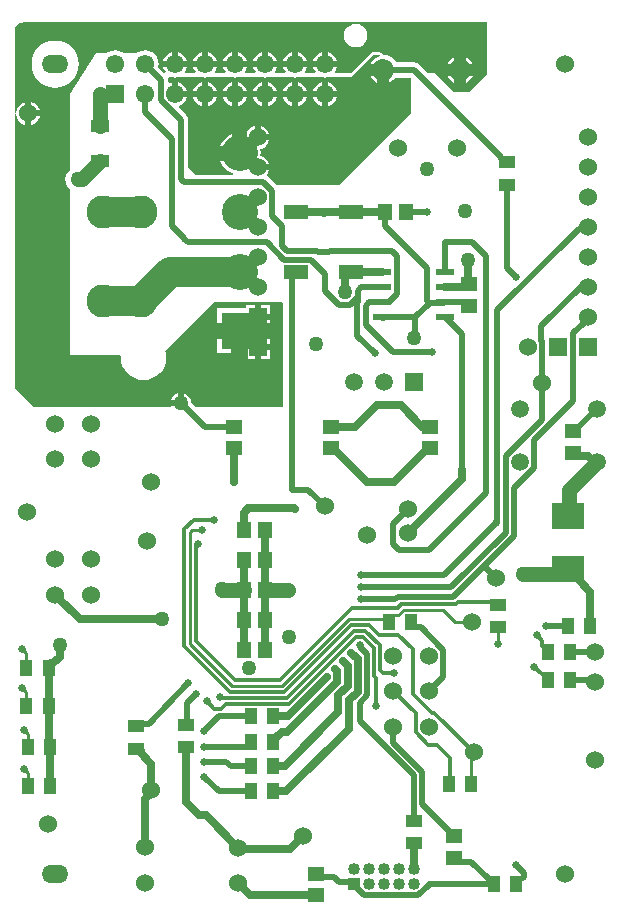
<source format=gbl>
%FSTAX23Y23*%
%MOIN*%
%SFA1B1*%

%IPPOS*%
%ADD10C,0.010000*%
%ADD16R,0.041340X0.055120*%
%ADD17R,0.055120X0.041340*%
%ADD52C,0.020000*%
%ADD53C,0.025000*%
%ADD54C,0.050000*%
%ADD55C,0.012000*%
%ADD57O,0.089000X0.060000*%
%ADD58R,0.040000X0.040000*%
%ADD59C,0.040000*%
%ADD60C,0.060000*%
%ADD61C,0.109840*%
%ADD62C,0.058980*%
%ADD63C,0.072840*%
%ADD64C,0.059060*%
%ADD65R,0.059060X0.059060*%
%ADD66R,0.120000X0.120000*%
%ADD67C,0.120000*%
%ADD68R,0.060000X0.060000*%
%ADD69C,0.061020*%
%ADD70R,0.061020X0.061020*%
%ADD71C,0.025000*%
%ADD72C,0.050000*%
%ADD73R,0.057090X0.045280*%
%ADD74R,0.082680X0.051180*%
%ADD75R,0.045280X0.057090*%
%ADD76R,0.107990X0.085000*%
%ADD77R,0.062990X0.039370*%
%ADD78R,0.059060X0.023620*%
%ADD79C,0.100000*%
%LNmotor_unit_rev_3-1*%
%LPD*%
G36*
X01231Y02875D02*
X0122Y0287D01*
X0121Y02863*
X01203Y02853*
X01202Y0285*
X01244*
Y0283*
X01264*
Y02788*
X01267Y02789*
X01277Y02796*
X01283Y02804*
X01335*
Y02685*
X01095Y02445*
X00889*
X00861Y02473*
X00857Y02476*
X00856Y02481*
X00859Y02485*
X00863Y02495*
X00864Y02496*
X00825*
Y02516*
X00864*
X00863Y02516*
X00859Y02526*
X00853Y02534*
X00845Y0254*
X00835Y02544*
X00834Y02545*
X00835Y02552*
X00833Y02565*
X00834Y02566*
X00835Y02567*
X00845Y02571*
X00853Y02577*
X00859Y02585*
X00863Y02595*
X00864Y02596*
X00825*
Y02606*
X00815*
Y02645*
X00814Y02644*
X00804Y0264*
X00796Y02634*
X0079Y02626*
X0079Y02626*
Y02552*
X00765*
Y02527*
X00699*
X007Y02525*
X00706Y02512*
X00715Y02502*
X00725Y02493*
X00738Y02487*
X00743Y02485*
X00742Y0248*
X0062*
X00593Y02507*
Y02663*
X00591Y02673*
X00586Y02681*
X00561Y02705*
X00562Y02711*
X0057Y02714*
X00578Y02721*
X00585Y02729*
X00589Y02739*
X00589Y0274*
X0055*
Y0275*
X0054*
Y02789*
X00539Y02789*
X00531Y02786*
X00526Y02789*
Y02798*
X00526Y02801*
X00529Y02805*
X00543*
X0055Y02804*
X00556Y02805*
X00643*
X0065Y02804*
X00656Y02805*
X00743*
X0075Y02804*
X00756Y02805*
X00843*
X0085Y02804*
X00856Y02805*
X00943*
X0095Y02804*
X00956Y02805*
X01043*
X0105Y02804*
X01056Y02805*
X01135*
X0121Y0288*
X01231*
X01231Y02875*
G37*
G36*
X0005Y02989D02*
D01*
X0159*
Y02815*
X0153Y02755*
X0148*
X01415Y0282*
X01393*
X01365Y02848*
X01357Y02853*
X01347Y02855*
X01289*
X01289Y02855*
X0128Y02866*
X0127Y02874*
X01257Y0288*
X01244Y02881*
X01241Y02881*
X01241Y02882*
X0124Y02882*
X0124Y02883*
X01239Y02884*
X01239Y02885*
X01238Y02886*
X01238Y02887*
X01237Y02887*
X01236Y02888*
X01235Y02888*
X01234Y02889*
X01233Y02889*
X01232Y0289*
X01231Y0289*
X01231Y0289*
X0121*
X01206Y02889*
X01203Y02887*
X01136Y0282*
X01084*
X01081Y02825*
X01085Y02829*
X01089Y02839*
X01089Y0284*
X0101*
X0101Y02839*
X01014Y02829*
X01018Y02825*
X01015Y0282*
X00984*
X00981Y02825*
X00985Y02829*
X00989Y02839*
X00989Y0284*
X0091*
X0091Y02839*
X00914Y02829*
X00918Y02825*
X00915Y0282*
X00884*
X00881Y02825*
X00885Y02829*
X00889Y02839*
X00889Y0284*
X0081*
X0081Y02839*
X00814Y02829*
X00818Y02825*
X00815Y0282*
X00784*
X00781Y02825*
X00785Y02829*
X00789Y02839*
X00789Y0284*
X0071*
X0071Y02839*
X00714Y02829*
X00718Y02825*
X00715Y0282*
X00684*
X00681Y02825*
X00685Y02829*
X00689Y02839*
X00689Y0284*
X0061*
X0061Y02839*
X00614Y02829*
X00618Y02825*
X00615Y0282*
X00584*
X00581Y02825*
X00585Y02829*
X00589Y02839*
X00589Y0284*
X0051*
X0051Y02839*
X00514Y02829*
X00518Y02825*
X00514Y02821*
X00494Y02841*
X00495Y0285*
X00494Y02861*
X00489Y02872*
X00482Y02882*
X00472Y02889*
X00461Y02894*
X0045Y02895*
X00438Y02894*
X00427Y02889*
X0042Y02885*
X00379*
X00372Y02889*
X00361Y02894*
X0035Y02895*
X00338Y02894*
X00327Y02889*
X0032Y02885*
X00285*
X002Y0275*
Y02496*
X00196Y02493*
X0019Y02485*
X00186Y02475*
X00184Y02465*
X00186Y02454*
X0019Y02444*
X00196Y02436*
X002Y02433*
Y0188*
X00365*
X00369Y01876*
X00368Y01873*
X0037Y01858*
X00374Y01844*
X00381Y0183*
X00391Y01819*
X00402Y01809*
X00415Y01802*
X0043Y01798*
X00444Y01797*
X00459Y01798*
X00473Y01802*
X00487Y01809*
X00498Y01819*
X00508Y0183*
X00515Y01844*
X00519Y01858*
X0052Y01873*
X00519Y01887*
X00517Y01892*
X0068Y02055*
X00905*
X0091Y0205*
Y01705*
X0062*
X00604Y0172*
X00603Y01729*
X006Y01737*
X00594Y01744*
X00587Y0175*
X00579Y01753*
Y0172*
X00569*
Y0171*
X00535*
X00536Y01709*
X00533Y01705*
X0008*
X00015Y0177*
Y02682*
X0002Y02682*
X00021Y02674*
X00025Y02664*
X00031Y02656*
X00039Y0265*
X00049Y02646*
X0005Y02645*
Y02685*
Y02724*
X00049Y02723*
X00039Y02719*
X00031Y02713*
X00025Y02705*
X00021Y02695*
X0002Y02687*
X00015Y02687*
Y02969*
X00019Y02975*
X00024Y0298*
X00031Y02985*
X00038Y02988*
X00046Y02989*
X0005*
G37*
%LNmotor_unit_rev_3-2*%
%LPC*%
G36*
X01224Y0281D02*
X01202D01*
X01203Y02806*
X0121Y02796*
X0122Y02789*
X01224Y02788*
Y0281*
G37*
G36*
X0106Y02789D02*
Y0276D01*
X01089*
X01089Y0276*
X01085Y0277*
X01078Y02778*
X0107Y02785*
X0106Y02789*
X0106Y02789*
G37*
G36*
X0104D02*
X01039Y02789D01*
X01029Y02785*
X01021Y02778*
X01014Y0277*
X0101Y0276*
X0101Y0276*
X0104*
Y02789*
G37*
G36*
X0096D02*
Y0276D01*
X00989*
X00989Y0276*
X00985Y0277*
X00978Y02778*
X0097Y02785*
X0096Y02789*
X0096Y02789*
G37*
G36*
X0094D02*
X00939Y02789D01*
X00929Y02785*
X00921Y02778*
X00914Y0277*
X0091Y0276*
X0091Y0276*
X0094*
Y02789*
G37*
G36*
X0086D02*
Y0276D01*
X00889*
X00889Y0276*
X00885Y0277*
X00878Y02778*
X0087Y02785*
X0086Y02789*
X0086Y02789*
G37*
G36*
X0084D02*
X00839Y02789D01*
X00829Y02785*
X00821Y02778*
X00814Y0277*
X0081Y0276*
X0081Y0276*
X0084*
Y02789*
G37*
G36*
X0076D02*
Y0276D01*
X00789*
X00789Y0276*
X00785Y0277*
X00778Y02778*
X0077Y02785*
X0076Y02789*
X0076Y02789*
G37*
G36*
X0074D02*
X00739Y02789D01*
X00729Y02785*
X00721Y02778*
X00714Y0277*
X0071Y0276*
X0071Y0276*
X0074*
Y02789*
G37*
G36*
X0066D02*
Y0276D01*
X00689*
X00689Y0276*
X00685Y0277*
X00678Y02778*
X0067Y02785*
X0066Y02789*
X0066Y02789*
G37*
G36*
X0064D02*
X00639Y02789D01*
X00629Y02785*
X00621Y02778*
X00614Y0277*
X0061Y0276*
X0061Y0276*
X0064*
Y02789*
G37*
G36*
X0056D02*
Y0276D01*
X00589*
X00589Y0276*
X00585Y0277*
X00578Y02778*
X0057Y02785*
X0056Y02789*
X0056Y02789*
G37*
G36*
X01089Y0274D02*
X0106D01*
Y0271*
X0106Y0271*
X0107Y02714*
X01078Y02721*
X01085Y02729*
X01089Y02739*
X01089Y0274*
G37*
G36*
X0104D02*
X0101D01*
X0101Y02739*
X01014Y02729*
X01021Y02721*
X01029Y02714*
X01039Y0271*
X0104Y0271*
Y0274*
G37*
G36*
X00989D02*
X0096D01*
Y0271*
X0096Y0271*
X0097Y02714*
X00978Y02721*
X00985Y02729*
X00989Y02739*
X00989Y0274*
G37*
G36*
X0094D02*
X0091D01*
X0091Y02739*
X00914Y02729*
X00921Y02721*
X00929Y02714*
X00939Y0271*
X0094Y0271*
Y0274*
G37*
G36*
X00889D02*
X0086D01*
Y0271*
X0086Y0271*
X0087Y02714*
X00878Y02721*
X00885Y02729*
X00889Y02739*
X00889Y0274*
G37*
G36*
X0084D02*
X0081D01*
X0081Y02739*
X00814Y02729*
X00821Y02721*
X00829Y02714*
X00839Y0271*
X0084Y0271*
Y0274*
G37*
G36*
X00789D02*
X0076D01*
Y0271*
X0076Y0271*
X0077Y02714*
X00778Y02721*
X00785Y02729*
X00789Y02739*
X00789Y0274*
G37*
G36*
X0074D02*
X0071D01*
X0071Y02739*
X00714Y02729*
X00721Y02721*
X00729Y02714*
X00739Y0271*
X0074Y0271*
Y0274*
G37*
G36*
X00689D02*
X0066D01*
Y0271*
X0066Y0271*
X0067Y02714*
X00678Y02721*
X00685Y02729*
X00689Y02739*
X00689Y0274*
G37*
G36*
X0064D02*
X0061D01*
X0061Y02739*
X00614Y02729*
X00621Y02721*
X00629Y02714*
X00639Y0271*
X0064Y0271*
Y0274*
G37*
G36*
X00835Y02645D02*
Y02616D01*
X00864*
X00863Y02616*
X00859Y02626*
X00853Y02634*
X00845Y0264*
X00835Y02644*
X00835Y02645*
G37*
G36*
X0074Y02617D02*
X00738Y02616D01*
X00725Y0261*
X00715Y02601*
X00706Y02591*
X007Y02578*
X00699Y02577*
X0074*
Y02617*
G37*
G36*
X01151Y02983D02*
X01141Y02982D01*
X01132Y02978*
X01124Y02972*
X01117Y02964*
X01113Y02955*
X01112Y02944*
X01113Y02934*
X01117Y02925*
X01124Y02917*
X01132Y02911*
X01141Y02907*
X01151Y02906*
X01161Y02907*
X01171Y02911*
X01179Y02917*
X01185Y02925*
X01189Y02934*
X0119Y02944*
X01189Y02955*
X01185Y02964*
X01179Y02972*
X01171Y02978*
X01161Y02982*
X01151Y02983*
G37*
G36*
X0106Y02889D02*
Y0286D01*
X01089*
X01089Y0286*
X01085Y0287*
X01078Y02878*
X0107Y02885*
X0106Y02889*
X0106Y02889*
G37*
G36*
X0104D02*
X01039Y02889D01*
X01029Y02885*
X01021Y02878*
X01014Y0287*
X0101Y0286*
X0101Y0286*
X0104*
Y02889*
G37*
G36*
X0096D02*
Y0286D01*
X00989*
X00989Y0286*
X00985Y0287*
X00978Y02878*
X0097Y02885*
X0096Y02889*
X0096Y02889*
G37*
G36*
X0094D02*
X00939Y02889D01*
X00929Y02885*
X00921Y02878*
X00914Y0287*
X0091Y0286*
X0091Y0286*
X0094*
Y02889*
G37*
G36*
X0086D02*
Y0286D01*
X00889*
X00889Y0286*
X00885Y0287*
X00878Y02878*
X0087Y02885*
X0086Y02889*
X0086Y02889*
G37*
G36*
X0084D02*
X00839Y02889D01*
X00829Y02885*
X00821Y02878*
X00814Y0287*
X0081Y0286*
X0081Y0286*
X0084*
Y02889*
G37*
G36*
X0076D02*
Y0286D01*
X00789*
X00789Y0286*
X00785Y0287*
X00778Y02878*
X0077Y02885*
X0076Y02889*
X0076Y02889*
G37*
G36*
X0074D02*
X00739Y02889D01*
X00729Y02885*
X00721Y02878*
X00714Y0287*
X0071Y0286*
X0071Y0286*
X0074*
Y02889*
G37*
G36*
X0066D02*
Y0286D01*
X00689*
X00689Y0286*
X00685Y0287*
X00678Y02878*
X0067Y02885*
X0066Y02889*
X0066Y02889*
G37*
G36*
X0064D02*
X00639Y02889D01*
X00629Y02885*
X00621Y02878*
X00614Y0287*
X0061Y0286*
X0061Y0286*
X0064*
Y02889*
G37*
G36*
X0056D02*
Y0286D01*
X00589*
X00589Y0286*
X00585Y0287*
X00578Y02878*
X0057Y02885*
X0056Y02889*
X0056Y02889*
G37*
G36*
X0054D02*
X00539Y02889D01*
X00529Y02885*
X00521Y02878*
X00514Y0287*
X0051Y0286*
X0051Y0286*
X0054*
Y02889*
G37*
G36*
X0152Y02871D02*
Y0285D01*
X01541*
X0154Y02853*
X01533Y02863*
X01523Y0287*
X0152Y02871*
G37*
G36*
X0148D02*
X01476Y0287D01*
X01466Y02863*
X01459Y02853*
X01458Y0285*
X0148*
Y02871*
G37*
G36*
X01541Y0281D02*
X0152D01*
Y02788*
X01523Y02789*
X01533Y02796*
X0154Y02806*
X01541Y0281*
G37*
G36*
X0148D02*
X01458D01*
X01459Y02806*
X01466Y02796*
X01476Y02789*
X0148Y02788*
Y0281*
G37*
G36*
X0015Y02928D02*
X00134Y02926D01*
X0012Y02922*
X00106Y02915*
X00094Y02905*
X00084Y02893*
X00077Y02879*
X00073Y02865*
X00071Y0285*
X00073Y02834*
X00077Y0282*
X00084Y02806*
X00094Y02794*
X00106Y02784*
X0012Y02777*
X00134Y02773*
X0015Y02771*
X00165Y02773*
X00179Y02777*
X00193Y02784*
X00205Y02794*
X00215Y02806*
X00222Y0282*
X00226Y02834*
X00228Y0285*
X00226Y02865*
X00222Y02879*
X00215Y02893*
X00205Y02905*
X00193Y02915*
X00179Y02922*
X00165Y02926*
X0015Y02928*
G37*
G36*
X0007Y02724D02*
Y02695D01*
X00099*
X00098Y02695*
X00094Y02705*
X00088Y02713*
X0008Y02719*
X0007Y02723*
X0007Y02724*
G37*
G36*
X00099Y02675D02*
X0007D01*
Y02645*
X0007Y02646*
X0008Y0265*
X00088Y02656*
X00094Y02664*
X00098Y02674*
X00099Y02675*
G37*
G36*
X00865Y02046D02*
X00835D01*
Y02016*
X00865*
Y02046*
G37*
G36*
X00815D02*
X00785D01*
Y02036*
X0069*
Y01988*
X00765*
X00865*
Y01996*
X00825*
Y02006*
X00815*
Y02046*
G37*
G36*
X00737Y01933D02*
X0069D01*
Y01886*
X00737*
Y01933*
G37*
G36*
X00865Y01896D02*
X00835D01*
Y01866*
X00865*
Y01896*
G37*
G36*
Y01933D02*
X00792D01*
Y01866*
X00815*
Y01906*
X00825*
Y01916*
X00865*
Y01933*
G37*
G36*
X00559Y01753D02*
X00551Y0175D01*
X00544Y01744*
X00538Y01737*
X00535Y0173*
X00559*
Y01753*
G37*
%LNmotor_unit_rev_3-3*%
%LPD*%
G54D10*
X0004Y009D02*
X00054Y00885D01*
Y00838D02*
Y00885D01*
X0004Y0077D02*
X00054Y00755D01*
Y0071D02*
Y00755D01*
X00045Y0063D02*
X00059Y00615D01*
Y00573D02*
Y00615D01*
X00045Y005D02*
X00059Y00485D01*
Y00443D02*
Y00485D01*
X01625Y00917D02*
Y00972D01*
X01252Y00999D02*
X01259Y00993D01*
X00906Y00777D02*
X01128Y00999D01*
X01252*
X006Y00917D02*
X0074Y00777D01*
X006Y00917D02*
Y01238D01*
X01259Y00993D02*
X01262Y0099D01*
X0074Y00777D02*
X00906D01*
X01311Y0103D02*
X01444D01*
X01293Y01012D02*
X01311Y0103D01*
X01278Y01012D02*
X01293D01*
X01262Y00996D02*
X01278Y01012D01*
X00599Y01239D02*
Y01289D01*
Y01239D02*
X006Y01238D01*
X00605Y01295D02*
X0064D01*
X00599Y01289D02*
X00605Y01295D01*
X01444Y0103D02*
X01484Y0099D01*
X0154*
X01537Y00547D02*
X01545Y00555D01*
X01537Y0045D02*
Y00547D01*
G54D16*
X01867Y00795D03*
X01792D03*
X01867Y0089D03*
X01792D03*
X01462Y0045D03*
X01537D03*
X01337Y0099D03*
X01262D03*
X01934Y00975D03*
X0186D03*
X00802Y00675D03*
X00877D03*
X00802Y0059D03*
X00877D03*
X00802Y0051D03*
X00877D03*
X00802Y00425D03*
X00877D03*
X01612Y00115D03*
X01687D03*
X00134Y00443D03*
X00059D03*
X00134Y00573D03*
X00059D03*
X00129Y0071D03*
X00054D03*
X00129Y00838D03*
X00054D03*
G54D17*
X01655Y02522D03*
Y02447D03*
X01625Y01047D03*
Y00972D03*
X00585Y00572D03*
Y00647D03*
X0042Y00567D03*
Y00642D03*
X01345Y00327D03*
Y00252D03*
G54D52*
X01475Y00275D02*
X01488Y00288D01*
X01157Y02054D02*
X01158Y02055D01*
X01185Y01981D02*
X01276Y0189D01*
X0135Y0194D02*
Y02005D01*
X01157Y01943D02*
X01215Y01885D01*
X01345Y01935D02*
X0135Y0194D01*
X01185Y02043D02*
X01196Y02055D01*
X01243Y02005D02*
X0135D01*
X01169Y02105D02*
X0124D01*
X01196Y02055D02*
X0124D01*
X01243Y02005D02*
X01245Y02003D01*
X01239D02*
X01245D01*
X01158Y02055D02*
Y02072D01*
X01276Y0189D02*
X01405D01*
X0135Y02005D02*
X01398Y02053D01*
X01158Y02072D02*
Y02093D01*
X01398Y02053D02*
X01447D01*
X01157Y01943D02*
Y02054D01*
X01447Y02053D02*
X01449Y02055D01*
X01158Y02093D02*
X01169Y02105D01*
X01185Y01981D02*
Y02043D01*
X0124Y02005D02*
X01243D01*
X01685Y0018D02*
X01712Y00153D01*
Y00139D02*
Y00153D01*
X01704Y00132D02*
X01712Y00139D01*
X01698Y00132D02*
X01704D01*
X00568Y02466D02*
Y02663D01*
X00501Y02729D02*
X00568Y02663D01*
X00501Y02729D02*
Y02798D01*
X0045Y0285D02*
X00501Y02798D01*
X0045Y02691D02*
X0054Y02601D01*
X0045Y02691D02*
Y0275D01*
X01155Y00103D02*
Y00107D01*
X01395Y00113D02*
Y00115D01*
X0136Y00079D02*
X01395Y00113D01*
X01179Y00079D02*
X0136D01*
X01155Y00103D02*
X01179Y00079D01*
X01145Y00117D02*
X01155Y00107D01*
X01137Y00124D02*
X01145Y00117D01*
X01095Y00124D02*
X01137D01*
X01078Y0014D02*
X01095Y00124D01*
X01029Y0014D02*
X01078D01*
X0102Y0015D02*
X01029Y0014D01*
X01955Y017D02*
X01955D01*
X0188Y01625D02*
X01955Y017D01*
X01875Y01625D02*
X0188D01*
X00649Y0164D02*
X00745D01*
X00569Y0172D02*
X00649Y0164D01*
X00745D02*
X0075D01*
X01248Y02311D02*
Y02353D01*
X01249Y02355*
X01248Y02311D02*
X0139Y0217D01*
X01535Y00191D02*
X01595Y00132D01*
X01601*
X01612Y00121*
Y00115D02*
Y00121D01*
X01395Y00115D02*
X01612D01*
X0139Y02061D02*
Y0217D01*
X0148Y00204D02*
X01492Y00191D01*
X01535*
X0139Y02061D02*
X01398Y02053D01*
X01519Y02055D02*
X0153Y02044D01*
X01449Y02055D02*
X01519D01*
X0147Y00204D02*
X01475D01*
X01165Y00908D02*
Y00914D01*
X01188Y00745D02*
Y00884D01*
X01165Y00908D02*
X01188Y00884D01*
X01165Y00721D02*
X01188Y00745D01*
X01165Y0066D02*
Y00721D01*
X01345Y00327D02*
Y0048D01*
X01165Y0066D02*
X01345Y0048D01*
X01945Y00795D02*
X0195Y0079D01*
X01867Y00795D02*
X01945D01*
X01867Y0089D02*
X0195D01*
X00645Y00474D02*
X00695Y00425D01*
X00802*
X00645Y00524D02*
X0072D01*
X00735Y0051*
X00802*
X00645Y00574D02*
X00791D01*
X00802Y00585*
Y0059*
X00645Y00625D02*
X00695Y00675D01*
X00802*
X01785Y00975D02*
X0186D01*
X01687Y00121D02*
X01698Y00132D01*
X01687Y00115D02*
Y00121D01*
X01655Y0217D02*
X01685Y0214D01*
X01655Y0217D02*
Y02447D01*
X01337Y00983D02*
X01348Y00972D01*
X01368*
X01443Y00897*
Y00808D02*
Y00897D01*
X01395Y0076D02*
X01443Y00808D01*
X01337Y00983D02*
Y0099D01*
X00993Y01431D02*
X0105Y01375D01*
X00938Y01431D02*
X00993D01*
X00938D02*
Y02155D01*
X01652Y01287D02*
Y01542D01*
X01469Y01105D02*
X01652Y01287D01*
X0117Y01105D02*
X01469D01*
X0177Y01975D02*
X01913Y02118D01*
X01773Y01785D02*
Y01925D01*
Y01662D02*
Y01785D01*
X01652Y01542D02*
X01773Y01662D01*
X0177Y01928D02*
Y01975D01*
Y01928D02*
X01773Y01925D01*
X01913Y02118D02*
X01925Y02106D01*
X00429Y00651D02*
X00461D01*
X0042Y00642D02*
X00429Y00651D01*
X00461D02*
X00594Y00785D01*
X0059Y0072D02*
X0062Y0075D01*
X0059Y00652D02*
Y0072D01*
X00585Y00647D02*
X0059Y00652D01*
X01445Y01145D02*
X0162Y0132D01*
X0117Y01145D02*
X01445D01*
X01624Y01324D02*
Y02029D01*
X0162Y0132D02*
X01624Y01324D01*
Y02029D02*
X01896Y02301D01*
X0192*
X01925Y02306*
X01276Y00587D02*
Y00641D01*
Y00587D02*
X01373Y00491D01*
Y00382D02*
Y00491D01*
X01474Y00275D02*
X01475D01*
X0148*
X01461Y00288D02*
X01474Y00275D01*
X01373Y00382D02*
X01461Y00293D01*
Y00288D02*
Y00293D01*
X0132Y02355D02*
X0139D01*
X0168Y01276D02*
Y01436D01*
X01747Y01503*
X01579Y01175D02*
X0168Y01276D01*
X01747Y01503D02*
Y01597D01*
X01477Y01073D02*
X01579Y01175D01*
X0162Y01135*
X01911Y01986D02*
X01935Y0201D01*
X0192D02*
X01935D01*
X01293Y01073D02*
X01477D01*
X01284Y01065D02*
X01293Y01073D01*
X0117Y01065D02*
X01284D01*
X01911Y01986D02*
Y02001D01*
X01877Y01952D02*
X01911Y01986D01*
X01877Y01727D02*
Y01952D01*
X01911Y02001D02*
X0192D01*
X01747Y01597D02*
X01877Y01727D01*
X0192Y02001D02*
X01925Y02006D01*
X01277Y01249D02*
X01296Y0123D01*
X01277Y01249D02*
Y01317D01*
X01395Y0123D02*
X01585Y0142D01*
X01296Y0123D02*
X01395D01*
X01277Y01317D02*
X01325Y01365D01*
X01585Y0142D02*
Y0221D01*
X0154Y02255D02*
X01585Y0221D01*
X01449Y02255D02*
X0154D01*
X01449Y02155D02*
Y02255D01*
X01505Y01495D02*
Y01949D01*
X01449Y02005D02*
X01505Y01949D01*
X01067Y02226D02*
X01271D01*
X01062Y02222D02*
X01067Y02226D01*
X01271D02*
X01288Y0221D01*
Y02083D02*
Y0221D01*
X01027Y02222D02*
X01062D01*
X01022Y02226D02*
X01027Y02222D01*
X0124Y02055D02*
X01258D01*
X0126Y02056*
X01261*
X01288Y02083*
X00923Y02226D02*
X01022D01*
X00905Y02244D02*
X00923Y02226D01*
X00905Y02244D02*
Y02311D01*
X00568Y02466D02*
X00579Y02455D01*
X00843*
X00873Y02425*
Y02343D02*
Y02425D01*
Y02343D02*
X00905Y02311D01*
X0054Y0231D02*
Y02601D01*
X01002Y02198D02*
X01049Y02151D01*
Y02094D02*
Y02151D01*
X00911Y02198D02*
X01002D01*
X00855Y02255D02*
X00911Y02198D01*
X00591Y02255D02*
X00855D01*
X0054Y0231D02*
X0058Y0227D01*
Y02266D02*
Y0227D01*
Y02266D02*
X00591Y02255D01*
X01049Y02094D02*
X01097Y02047D01*
X01132*
X01158Y02072*
X01244Y0283D02*
X01347D01*
X01637Y02539*
Y02533D02*
Y02539D01*
Y02533D02*
X01648Y02522D01*
X01655*
G54D53*
X0076Y0012D02*
X008Y00079D01*
X0102*
X00934Y00234D02*
X00975Y00275D01*
X00763Y00234D02*
X00934D01*
X0076Y00238D02*
X00763Y00234D01*
X00653Y00345D02*
X0076Y00238D01*
X00419Y00566D02*
X0042Y00564D01*
X00435Y00552D02*
X0047Y00517D01*
X00435Y00552D02*
Y00559D01*
X00426Y00567D02*
X00435Y00559D01*
X0042Y00567D02*
X00426D01*
X0047Y0043D02*
Y00517D01*
X0045Y0024D02*
Y004D01*
X0047Y0042D02*
Y0043D01*
X0045Y004D02*
X0047Y0042D01*
X0124Y01713D02*
X01301D01*
X01374Y0164*
X01149D02*
X01222Y01713D01*
X0107Y0164D02*
X01149D01*
X01222Y01713D02*
X0124D01*
X01374Y0164D02*
X014D01*
X00585Y0039D02*
X0063Y00345D01*
X00653*
X00585Y0039D02*
Y00572D01*
X01946Y01522D02*
X01955D01*
X01925Y01544D02*
X01946Y01522D01*
X01885Y01544D02*
X01925D01*
X01875Y01554D02*
X01885Y01544D01*
X00745Y01455D02*
Y01569D01*
X01225Y01455D02*
X01279D01*
X01394Y01569*
X014*
X0119Y01455D02*
X01225D01*
X01075Y01569D02*
X0119Y01455D01*
X0107Y01569D02*
X01075D01*
X00779Y01295D02*
Y01354D01*
Y01295D02*
D01*
Y01354D02*
X00794Y01369D01*
X00947*
X0095Y01367*
X00231Y01D02*
X00507D01*
X0015Y01081D02*
X00231Y01D01*
X01934Y00975D02*
Y01091D01*
X01899Y01126D02*
X01934Y01091D01*
X01899Y01126D02*
Y01137D01*
X01869Y01167D02*
X01899Y01137D01*
X01858Y01167D02*
X01869D01*
X00779Y00995D02*
Y01095D01*
X01135Y02355D02*
X01249D01*
X01044D02*
X01135D01*
X00779Y01096D02*
Y01195D01*
Y01095D02*
Y01096D01*
X00953Y02355D02*
X01044D01*
X01045Y02354*
X00779Y00895D02*
Y00995D01*
X00134Y00443D02*
Y00573D01*
X00129Y00593D02*
Y0071D01*
Y00838*
X00165Y00874D02*
Y00913D01*
X00144Y00853D02*
X00165Y00874D01*
X00137Y00853D02*
X00144D01*
X00129Y00844D02*
X00137Y00853D01*
X00129Y00838D02*
Y00844D01*
X01345Y0017D02*
Y00252D01*
X0085Y00895D02*
Y00995D01*
Y01095*
Y01195*
Y01295*
X01115Y0209D02*
Y02135D01*
X0112Y02155D02*
X01135D01*
X01115Y02135D02*
X01135Y02155D01*
X0124*
X01449Y02105D02*
X0152D01*
X01525Y0212D02*
Y02195D01*
X0152Y02105D02*
X0153Y02115D01*
X01525Y0212D02*
X0153Y02115D01*
X01158Y00757D02*
Y00865D01*
X01137Y00887D02*
X01158Y00865D01*
X01129Y00729D02*
X01158Y00757D01*
X01129Y00634D02*
Y00729D01*
X0092Y00425D02*
X01129Y00634D01*
X00877Y00425D02*
X0092D01*
X01125Y00776D02*
Y00844D01*
X01094Y00745D02*
X01125Y00776D01*
X0111Y0086D02*
X01125Y00844D01*
X01094Y00689D02*
Y00745D01*
X00915Y0051D02*
X01094Y00689D01*
X00877Y0051D02*
X00915D01*
X01082Y00832D02*
X0109Y00825D01*
Y00791D02*
Y00825D01*
X00924Y00624D02*
X0109Y00791D01*
X00905Y00624D02*
X00924D01*
X00877Y00596D02*
X00905Y00624D01*
X00877Y0059D02*
Y00596D01*
X00925Y00675D02*
X01055Y00805D01*
X00877Y00675D02*
X00925D01*
X01505Y01465D02*
Y01495D01*
X01325Y01285D02*
X01505Y01465D01*
G54D54*
X003Y02644D02*
Y0275D01*
X00225Y02465D02*
X00239D01*
X00293Y02519D02*
Y0252D01*
X00298Y02525D02*
X003D01*
X00239Y02465D02*
X00293Y02519D01*
X003Y02525D02*
D01*
X00293Y0252D02*
X00298Y02525D01*
X00705Y011D02*
X00706Y01098D01*
X0171Y0115D02*
X01799D01*
X018Y0115*
X0184*
X01858Y01167*
X00706Y01098D02*
X00777D01*
X00779Y01096*
X0085Y01095D02*
X00925D01*
X01858Y01342D02*
X01863Y01347D01*
Y0143*
X01955Y01522*
X003Y02644D02*
D01*
G54D55*
X01232Y00829D02*
Y00912D01*
X00922Y00738D02*
X01145Y0096D01*
X01184D02*
X01232Y00912D01*
X01145Y0096D02*
X01184D01*
X00708Y00738D02*
X00922D01*
X01232Y00829D02*
X01242Y0082D01*
X0128*
X01771Y00911D02*
Y00928D01*
X01755Y00945D02*
X01771Y00928D01*
Y00911D02*
X01777D01*
X01126Y00913D02*
X01126D01*
X01154Y0094*
X01212Y0081D02*
Y00903D01*
X01175Y0094D02*
X01212Y00903D01*
X01154Y0094D02*
X01175D01*
X00719Y00716D02*
X00929D01*
X00703Y007D02*
X00719Y00716D01*
X0068Y007D02*
X00703D01*
X00655Y00725D02*
X0068Y007D01*
X00929Y00716D02*
X01126Y00913D01*
X01212Y0081D02*
X0122Y00803D01*
Y0071D02*
Y00803D01*
X01745Y0084D02*
X01747D01*
X01771Y00816*
X01777*
X01792Y00801*
Y00795D02*
Y00801D01*
X01276Y0076D02*
X01351Y00685D01*
Y00623D02*
Y00685D01*
Y00623D02*
X01393Y0058D01*
X01423*
X01466Y00537*
Y00453D02*
Y00537D01*
X01462Y0045D02*
X01466Y00453D01*
X00898Y00796D02*
X0114Y01038D01*
X01292*
X00619Y00925D02*
X00748Y00796D01*
X00619Y00925D02*
Y01244D01*
X00748Y00796D02*
X00898D01*
X01493Y01055D02*
X01625D01*
X01487Y01049D02*
X01493Y01055D01*
X01303Y01049D02*
X01487D01*
X01292Y01038D02*
X01303Y01049D01*
X00619Y01244D02*
X00625Y0125D01*
X01196Y0098D02*
X01229Y00948D01*
X00913Y00758D02*
X01136Y0098D01*
X01196*
X01229Y00948D02*
X01294D01*
X0058Y0091D02*
X00732Y00758D01*
X0058Y0091D02*
Y01299D01*
X00732Y00758D02*
X00913D01*
X01343Y00749D02*
Y00899D01*
X01294Y00948D02*
X01343Y00899D01*
X00611Y0133D02*
X0068D01*
X0058Y01299D02*
X00611Y0133D01*
X01343Y00749D02*
X01406Y00685D01*
X01414*
X01545Y00555*
G54D57*
X0015Y0285D03*
Y0015D03*
G54D58*
X01145Y00117D03*
G54D59*
X01145Y00167D03*
X01195Y00117D03*
Y00167D03*
X01245Y00117D03*
Y00167D03*
X01295Y00117D03*
Y00167D03*
X01345Y00117D03*
Y00167D03*
G54D60*
X0195Y0053D03*
Y0079D03*
Y0089D03*
X0006Y02685D03*
X0119Y0128D03*
X00125Y00315D03*
X0047Y01455D03*
X0045Y0024D03*
Y00121D03*
X0105Y01375D03*
X00268Y0165D03*
Y01532D03*
X0015Y0165D03*
Y01532D03*
X01395Y00641D03*
X01276D03*
X01395Y0076D03*
X01276D03*
Y00878D03*
X01395D03*
X00268Y012D03*
Y01081D03*
X0015Y012D03*
Y01081D03*
X01545Y00555D03*
X0154Y0099D03*
X00055Y01355D03*
X0185Y0285D03*
Y0015D03*
X01325Y01365D03*
Y01285D03*
X0076Y0012D03*
Y00238D03*
X00455Y0126D03*
X01293Y02571D03*
X0149D03*
X01725Y01906D03*
X01925Y02006D03*
Y02106D03*
Y02206D03*
Y02306D03*
Y02406D03*
Y02506D03*
Y02606D03*
X00825D03*
Y02506D03*
Y02406D03*
Y02306D03*
Y02206D03*
Y02106D03*
X00975Y00275D03*
X0047Y0043D03*
X01773Y01785D03*
X0162Y01135D03*
G54D61*
X00435Y02355D03*
X00309D03*
X00435Y0206D03*
X00309D03*
G54D62*
X017Y017D03*
X01955D03*
X017Y01522D03*
X01955D03*
G54D63*
X015Y0283D03*
X01244D03*
G54D64*
X01145Y0179D03*
X01245D03*
G54D65*
X01345Y0179D03*
G54D66*
X00765Y01961D03*
G54D67*
X00765Y02158D03*
Y02355D03*
Y02552D03*
G54D68*
X01825Y01906D03*
X01925D03*
X00825Y02006D03*
Y01906D03*
G54D69*
X0105Y0275D03*
X0095D03*
X0085D03*
X0075D03*
X0065D03*
X0055D03*
X0045D03*
X0105Y0285D03*
X0095D03*
X0085D03*
X0075D03*
X0065D03*
X0055D03*
X0045D03*
X0035D03*
G54D70*
X0035Y0275D03*
G54D71*
X01405Y0189D03*
X0124Y01713D03*
X01215Y01885D03*
X01685Y0018D03*
X00745Y01455D03*
X01225D03*
X0095Y01367D03*
X007Y0074D03*
X0128Y0082D03*
X01755Y00945D03*
X00655Y00725D03*
X0122Y0071D03*
X01745Y0084D03*
X01165Y00914D03*
X00645Y00474D03*
Y00524D03*
Y00574D03*
X00645Y00625D03*
X0004Y009D03*
X01785Y00975D03*
X0004Y0077D03*
X00045Y0063D03*
X01685Y02139D03*
X00045Y005D03*
X01625Y00917D03*
X0117Y01105D03*
X00594Y00785D03*
X0062Y0075D03*
X0162Y0132D03*
X0117Y01145D03*
X0139Y02355D03*
X00625Y0125D03*
X0064Y01295D03*
X0068Y0133D03*
X0117Y01065D03*
X01137Y00887D03*
X0111Y0086D03*
X01082Y00832D03*
X01055Y00805D03*
G54D72*
X01345Y01935D03*
X0032Y018D03*
X00225Y02465D03*
X0142Y029D03*
X0139Y025D03*
X01515Y0236D03*
X0102Y01915D03*
X01276Y0273D03*
X01095Y02555D03*
X00965D03*
X00569Y0172D03*
X00507Y01D03*
X00795Y00835D03*
X00705Y011D03*
X0171Y0115D03*
X0093Y0094D03*
X00165Y00913D03*
X00925Y01095D03*
X01115Y0209D03*
X01525Y02195D03*
G54D73*
X01875Y01625D03*
Y01554D03*
X014Y01569D03*
Y0164D03*
X0107Y01569D03*
Y0164D03*
X00745Y01569D03*
Y0164D03*
X0153Y02044D03*
Y02115D03*
X0102Y0015D03*
Y00079D03*
X0148Y00275D03*
Y00204D03*
G54D74*
X01135Y02355D03*
Y02155D03*
X00953D03*
Y02355D03*
G54D75*
X0132Y02355D03*
X01249D03*
X00779Y01295D03*
X0085D03*
Y01195D03*
X00779D03*
X0085Y01095D03*
X00779D03*
X0085Y00995D03*
X00779D03*
X0085Y00895D03*
X00779D03*
G54D76*
X01858Y01342D03*
Y01167D03*
G54D77*
X003Y02644D03*
Y02525D03*
G54D78*
X01449Y02155D03*
Y02105D03*
Y02055D03*
Y02005D03*
X0124D03*
Y02055D03*
Y02105D03*
Y02155D03*
G54D79*
X00435Y0206D02*
X00533Y02158D01*
X00765*
X00435Y0206D02*
X00435D01*
X00309D02*
X00435D01*
X00309Y02355D02*
X00435D01*
M02*
</source>
